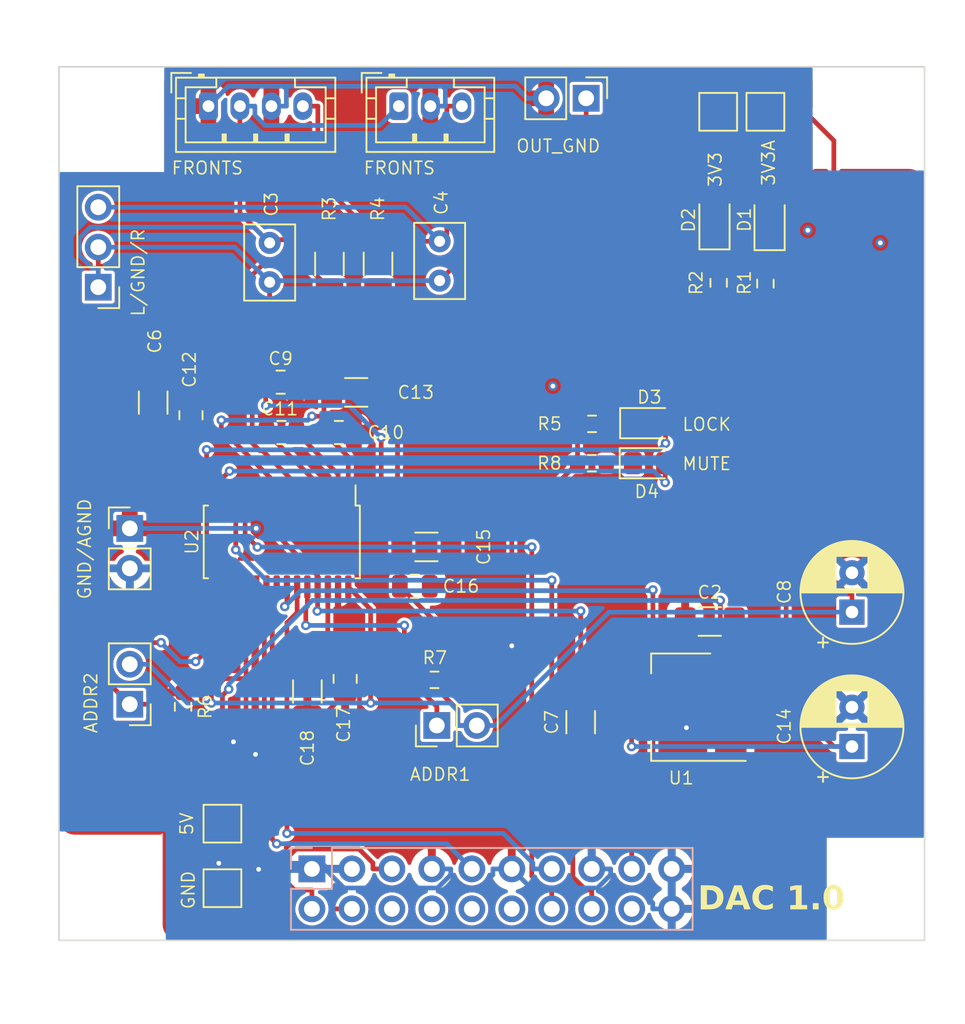
<source format=kicad_pcb>
(kicad_pcb (version 20240108) (generator "pcbnew") (generator_version "8.0")
  (layers (0 "F.Cu" signal) (1 "In1.Cu" power) (2 "In2.Cu" power) (31 "B.Cu" signal) (34 "B.Paste" user) (35 "F.Paste" user) (36 "B.SilkS" user "B.Silkscreen") (37 "F.SilkS" user "F.Silkscreen") (38 "B.Mask" user) (39 "F.Mask" user) (44 "Edge.Cuts" user))
  (net 0 "")
  (net 1 "AGND")
  (net 2 "GPIO5")
  (net 3 "GPIO4")
  (net 4 "GPIO3")
  (net 5 "GPIO6")
  (net 6 "GND")
  (net 7 "I2S_DATA")
  (net 8 "I2S_LRCLK")
  (net 9 "I2S_BCLK")
  (net 10 "I2S_SCLK")
  (net 11 "SCL")
  (net 12 "SDA")
  (net 13 "3V3")
  (net 14 "Net-(D3-K)")
  (net 15 "3V3A")
  (net 16 "Net-(D4-K)")
  (net 17 "5V")
  (net 20 "OUTL")
  (net 21 "OUTR")
  (net 22 "Net-(U2-OUTR)")
  (net 23 "Net-(U2-OUTL)")
  (net 24 "Net-(U2-CAPP)")
  (net 25 "Net-(U2-CAPM)")
  (net 26 "Net-(U2-VNEG)")
  (net 27 "Net-(U2-LDOO)")
  (net 28 "AGND_OUT")
  (net 29 "Net-(D1-K)")
  (net 30 "Net-(D2-K)")
  (net 34 "Net-(J11-Pin_1)")
  (net 35 "Net-(J12-Pin_1)")
  (footprint "Connector_PinHeader_2.54mm:PinHeader_1x02_P2.54mm_Vertical" (layer "F.Cu") (at 41.1109 76.3142 180)
    (property "Reference" "J11" (hide yes))
    (property "Value" "Conn_01x02_Pin")
  )
  (footprint "Capacitor_SMD:C_1206_3216Metric_Pad1.33x1.80mm_HandSolder" (layer "F.Cu") (at 52.3971 75.5 -90)
    (property "Reference" "C18")
    (property "Value" "10u")
  )
  (footprint "Capacitor_SMD:C_1206_3216Metric_Pad1.33x1.80mm_HandSolder" (layer "F.Cu") (at 55.5 56.5)
    (property "Reference" "C13")
    (property "Value" "10u")
  )
  (footprint "Resistor_SMD:R_0603_1608Metric_Pad0.98x0.95mm_HandSolder" (layer "F.Cu") (at 78.53 49.5375 90)
    (property "Reference" "R2")
    (property "Value" "330R")
  )
  (footprint "Connector_PinHeader_2.54mm:PinHeader_1x03_P2.54mm_Vertical" (layer "F.Cu") (at 39.1109 49.8142 180)
    (property "Reference" "J4" (hide yes))
    (property "Value" "Conn_01x03_Pin")
  )
  (footprint "Capacitor_THT:CP_Radial_D6.3mm_P2.50mm" (layer "F.Cu") (at 87 79 90)
    (property "Reference" "C14")
    (property "Value" "220u")
  )
  (footprint "Capacitor_SMD:C_1206_3216Metric_Pad1.33x1.80mm_HandSolder" (layer "F.Cu") (at 69.7638 77.455 90)
    (property "Reference" "C7")
    (property "Value" "10u" (hide yes))
  )
  (footprint "Resistor_SMD:R_0603_1608Metric_Pad0.98x0.95mm_HandSolder" (layer "F.Cu") (at 70.4875 58.5)
    (property "Reference" "R5")
    (property "Value" "150R")
  )
  (footprint "Capacitor_SMD:C_1206_3216Metric_Pad1.33x1.80mm_HandSolder" (layer "F.Cu") (at 77.9638 71.055)
    (property "Reference" "C2")
    (property "Value" "10u")
  )
  (footprint "Resistor_SMD:R_0603_1608Metric_Pad0.98x0.95mm_HandSolder" (layer "F.Cu") (at 44.5 76.4742 90)
    (property "Reference" "R6")
    (property "Value" "4.7K")
  )
  (footprint "Resistor_SMD:R_1206_3216Metric_Pad1.30x1.75mm_HandSolder" (layer "F.Cu") (at 53.8 48.35 90)
    (property "Reference" "R3")
    (property "Value" "470R")
  )
  (footprint "Package_TO_SOT_SMD:SOT-223-3_TabPin2" (layer "F.Cu") (at 76.15 76.5 180)
    (property "Reference" "U1")
    (property "Value" "ZLDO1117QG33TA")
  )
  (footprint "LED_SMD:LED_0805_2012Metric_Pad1.15x1.40mm_HandSolder" (layer "F.Cu") (at 81.765 45.6042 90)
    (property "Reference" "D1")
    (property "Value" "BLUE")
  )
  (footprint "Resistor_SMD:R_0603_1608Metric_Pad0.98x0.95mm_HandSolder" (layer "F.Cu") (at 81.5 49.5875 90)
    (property "Reference" "R1")
    (property "Value" "75R")
  )
  (footprint "Connector_JST:JST_PH_B4B-PH-K_1x04_P2.00mm_Vertical" (layer "F.Cu") (at 46.1109 38.3142)
    (property "Reference" "J1" (hide yes))
    (property "Value" "Conn_01x04_Pin")
  )
  (footprint "Package_SO:TSSOP-28_4.4x9.7mm_P0.65mm" (layer "F.Cu") (at 50.7721 66 -90)
    (property "Reference" "U2")
    (property "Value" "PCM5142PWR")
  )
  (footprint "Connector_PinHeader_2.54mm:PinHeader_1x02_P2.54mm_Vertical" (layer "F.Cu") (at 70.1109 37.8142 -90)
    (property "Reference" "J3" (hide yes))
    (property "Value" "Conn_01x02_Pin")
  )
  (footprint "TestPoint:TestPoint_Pad_2.0x2.0mm" (layer "F.Cu") (at 78.5 38.675 90)
    (property "Reference" "TP3" (hide yes))
    (property "Value" "TestPoint")
  )
  (footprint "Capacitor_SMD:C_0805_2012Metric" (layer "F.Cu") (at 50.75 59.05 180)
    (property "Reference" "C11")
    (property "Value" "2.2u 25V")
  )
  (footprint "MountingHole:MountingHole_3.2mm_M3" (layer "F.Cu") (at 89.1109 38.3142)
    (property "Reference" "H2" (hide yes))
    (property "Value" "MountingHole" (hide yes))
  )
  (footprint "Connector_PinHeader_2.54mm:PinHeader_1x02_P2.54mm_Vertical" (layer "F.Cu") (at 41.1109 65.1392)
    (property "Reference" "J8" (hide yes))
    (property "Value" "Conn_01x02_Pin")
  )
  (footprint "Capacitor_SMD:C_0805_2012Metric" (layer "F.Cu") (at 59.2234 68.8175 180)
    (property "Reference" "C16")
    (property "Value" "0.01u")
  )
  (footprint "TestPoint:TestPoint_Pad_2.0x2.0mm" (layer "F.Cu") (at 47 83.9 90)
    (property "Reference" "TP2" (hide yes))
    (property "Value" "TestPoint")
  )
  (footprint "Capacitor_SMD:C_0805_2012Metric" (layer "F.Cu") (at 45 57.95 -90)
    (property "Reference" "C12")
    (property "Value" "0.01u")
  )
  (footprint "TestPoint:TestPoint_Pad_2.0x2.0mm" (layer "F.Cu") (at 47 88 90)
    (property "Reference" "TP4" (hide yes))
    (property "Value" "TestPoint")
  )
  (footprint "Capacitor_SMD:C_0805_2012Metric" (layer "F.Cu") (at 50.7 55.85 180)
    (property "Reference" "C9")
    (property "Value" "2.2u 25V")
  )
  (footprint "TestPoint:TestPoint_Pad_2.0x2.0mm" (layer "F.Cu") (at 81.5 38.675 90)
    (property "Reference" "TP1" (hide yes))
    (property "Value" "TestPoint")
  )
  (footprint "Capacitor_THT:C_Rect_L4.6mm_W3.0mm_P2.50mm_MKS02_FKP02" (layer "F.Cu") (at 50 49.5 90)
    (property "Reference" "C3")
    (property "Value" "2.2n C0G 50V")
  )
  (footprint "Capacitor_SMD:C_1206_3216Metric_Pad1.33x1.80mm_HandSolder" (layer "F.Cu") (at 42.6 57.15 -90)
    (property "Reference" "C6")
    (property "Value" "10u")
  )
  (footprint "Capacitor_SMD:C_0805_2012Metric" (layer "F.Cu") (at 54.7971 74.7 90)
    (property "Reference" "C17")
    (property "Value" "0.01u")
  )
  (footprint "Resistor_SMD:R_0603_1608Metric_Pad0.98x0.95mm_HandSolder" (layer "F.Cu") (at 70.475 61)
    (property "Reference" "R8")
    (property "Value" "650R")
  )
  (footprint "Connector_PinHeader_2.54mm:PinHeader_1x02_P2.54mm_Vertical" (layer "F.Cu") (at 60.6221 77.6625 90)
    (property "Reference" "J12" (hide yes))
    (property "Value" "Conn_01x02_Pin")
  )
  (footprint "Capacitor_THT:CP_Radial_D6.3mm_P2.50mm" (layer "F.Cu") (at 87 70.4588 90)
    (property "Reference" "C8")
    (property "Value" "220u")
  )
  (footprint "LED_SMD:LED_0805_2012Metric_Pad1.15x1.40mm_HandSolder" (layer "F.Cu") (at 78.265 45.5542 90)
    (property "Reference" "D2")
    (property "Value" "YELLOW")
  )
  (footprint "Capacitor_SMD:C_0805_2012Metric" (layer "F.Cu") (at 54.4 59.05 180)
    (property "Reference" "C10")
    (property "Value" "0.01u")
  )
  (footprint "Capacitor_SMD:C_1206_3216Metric_Pad1.33x1.80mm_HandSolder" (layer "F.Cu") (at 59.9609 66.3175)
    (property "Reference" "C15")
    (property "Value" "10u")
  )
  (footprint "Resistor_SMD:R_1206_3216Metric_Pad1.30x1.75mm_HandSolder" (layer "F.Cu") (at 56.8862 48.345 90)
    (property "Reference" "R4")
    (property "Value" "470R")
  )
  (footprint "MountingHole:MountingHole_3.2mm_M3" (layer "F.Cu") (at 39.1109 38.3142)
    (property "Reference" "H1" (hide yes))
    (property "Value" "MountingHole" (hide yes))
  )
  (footprint "Resistor_SMD:R_0603_1608Metric_Pad0.98x0.95mm_HandSolder" (layer "F.Cu") (at 60.4746 74.7625)
    (property "Reference" "R7")
    (property "Value" "4.7K")
  )
  (footprint "Connector_JST:JST_PH_B3B-PH-K_1x03_P2.00mm_Vertical" (layer "F.Cu") (at 58.2109 38.3142)
    (property "Reference" "J2" (hide yes))
    (property "Value" "Conn_01x03_Pin")
  )
  (footprint "Capacitor_THT:C_Rect_L4.6mm_W3.0mm_P2.50mm_MKS02_FKP02" (layer "F.Cu") (at 60.8 49.4 90)
    (property "Reference" "C4")
    (property "Value" "2.2n C0G 50V")
  )
  (footprint "LED_SMD:LED_0805_2012Metric_Pad1.15x1.40mm_HandSolder" (layer "F.Cu") (at 74.13 58.455)
    (property "Reference" "D3")
    (property "Value" "BLUE")
  )
  (footprint "MountingHole:MountingHole_3.2mm_M3" (layer "F.Cu") (at 89.1109 88.8142)
    (property "Reference" "H4" (hide yes))
    (property "Value" "MountingHole" (hide yes))
  )
  (footprint "MountingHole:MountingHole_3.2mm_M3" (layer "F.Cu") (at 39.1109 88.8142)
    (property "Reference" "H3" (hide yes))
    (property "Value" "MountingHole" (hide yes))
  )
  (footprint "LED_SMD:LED_0805_2012Metric_Pad1.15x1.40mm_HandSolder" (layer "F.Cu") (at 74.105 61)
    (property "Reference" "D4")
    (property "Value" "WHITE")
  )
  (footprint "Connector_PinHeader_2.54mm:PinHeader_2x10_P2.54mm_Vertical" (layer "B.Cu") (at 52.6859 86.7742 -90)
    (property "Reference" "J5" (hide yes))
    (property "Value" "Conn_02x10_Odd_Even")
  )
  (gr_line (start 36.610855 91.314164) (end 36.610855 35.814164) (stroke (width 0.1)) (layer "Edge.Cuts"))
  (gr_line (start 91.610855 91.314164) (end 36.610855 91.314164) (stroke (width 0.1)) (layer "Edge.Cuts"))
  (gr_line (start 36.610855 35.814164) (end 91.610855 35.814164) (stroke (width 0.1)) (layer "Edge.Cuts"))
  (gr_line (start 91.610855 35.814164) (end 91.610855 91.314164) (stroke (width 0.1)) (layer "Edge.Cuts"))
  (gr_text "GND/AGND" (at 38.710855 69.714164 90) (layer "F.SilkS") (effects (font (size 0.8 0.8) (thickness 0.1) (bold yes)) (justify left bottom)))
  (gr_text "MUTE" (at 76.1625 61.5 0) (layer "F.SilkS") (effects (font (size 0.8 0.8) (thickness 0.1) (bold yes)) (justify left bottom)))
  (gr_text "ADDR2" (at 39.110855 78.214164 90) (layer "F.SilkS") (effects (font (size 0.8 0.8) (thickness 0.1) (bold yes)) (justify left bottom)))
  (gr_text "GND" (at 45.299964 89.400045 90) (layer "F.SilkS") (effects (font (size 0.8 0.8) (thickness 0.1) (bold yes)) (justify left bottom)))
  (gr_text "FRONTS\n" (at 55.910855 42.714164 0) (layer "F.SilkS") (effects (font (size 0.8 0.8) (thickness 0.1) (bold yes)) (justify left bottom)))
  (gr_text "L/GND/R" (at 42.110855 51.734164 90) (layer "F.SilkS") (effects (font (size 0.8 0.8) (thickness 0.1) (bold yes)) (justify left bottom)))
  (gr_text "3V3" (at 78.78 43.509166 90) (layer "F.SilkS") (effects (font (size 0.8 0.8) (thickness 0.1) (bold yes)) (justify left bottom)))
  (gr_text "5V" (at 45.199964 84.70009 90) (layer "F.SilkS") (effects (font (size 0.8 0.8) (thickness 0.1) (bold yes)) (justify left bottom)))
  (gr_text "ADDR1" (at 58.847107 81.2375 0) (layer "F.SilkS") (effects (font (size 0.8 0.8) (thickness 0.1) (bold yes)) (justify left bottom)))
  (gr_text "DAC 1.0" (at 77.2 89.6 0) (layer "F.SilkS") (effects (font (size 1.5 1.5) (thickness 0.1) (bold yes)) (justify left bottom)))
  (gr_text "LOCK" (at 76.1625 59 0) (layer "F.SilkS") (effects (font (size 0.8 0.8) (thickness 0.1) (bold yes)) (justify left bottom)))
  (gr_text "OUT_GND" (at 65.610855 41.314164 0) (layer "F.SilkS") (effects (font (size 0.8 0.8) (thickness 0.1) (bold yes)) (justify left bottom)))
  (gr_text "FRONTS" (at 43.710855 42.714164 0) (layer "F.SilkS") (effects (font (size 0.8 0.8) (thickness 0.1) (bold yes)) (justify left bottom)))
  (gr_text "3V3A" (at 82.165 43.429166 90) (layer "F.SilkS") (effects (font (size 0.8 0.8) (thickness 0.1) (bold yes)) (justify left bottom)))
  (segment (start 41.1109 55.5875) (end 41.1109 49.5381) (width 0.3) (layer "F.Cu") (net 1))
  (segment (start 54.6471 55.2378) (end 55.5477 56.1384) (width 0.3) (layer "F.Cu") (net 1))
  (segment (start 41.1109 55.5875) (end 42.6 55.5875) (width 0.3) (layer "F.Cu") (net 1))
  (segment (start 55.5638 63.9635) (end 55.5638 59.2638) (width 0.3) (layer "F.Cu") (net 1))
  (segment (start 53.6971 63.1375) (end 53.6971 63.9185) (width 0.3) (layer "F.Cu") (net 1))
  (segment (start 50 54.2) (end 51.65 55.85) (width 0.3) (layer "F.Cu") (net 1))
  (segment (start 70.1109 40.0891) (end 60.8 49.4) (width 0.3) (layer "F.Cu") (net 1))
  (segment (start 70.1109 37.8142) (end 70.1109 40.0891) (width 0.3) (layer "F.Cu") (net 1))
  (segment (start 55.5638 59.2638) (end 55.35 59.05) (width 0.3) (layer "F.Cu") (net 1))
  (segment (start 54.0521 64.2735) (end 55.2538 64.2735) (width 0.3) (layer "F.Cu") (net 1))
  (segment (start 55.5477 56.5) (end 55.5477 58.8523) (width 0.3) (layer "F.Cu") (net 1))
  (segment (start 49.1471 63.1375) (end 49.1471 65.1392) (width 0.3) (layer "F.Cu") (net 1))
  (segment (start 52.2622 55.2378) (end 54.6471 55.2378) (width 0.3) (layer "F.Cu") (net 1))
  (segment (start 51.65 55.85) (end 52.2622 55.2378) (width 0.3) (layer "F.Cu") (net 1))
  (segment (start 41.1109 65.1392) (end 41.1109 55.5875) (width 0.3) (layer "F.Cu") (net 1))
  (segment (start 45 57) (end 44.0125 57) (width 0.3) (layer "F.Cu") (net 1))
  (segment (start 41.1109 49.5381) (end 40.0487 48.4759) (width 0.3) (layer "F.Cu") (net 1))
  (segment (start 55.5477 56.1384) (end 55.5477 56.5) (width 0.3) (layer "F.Cu") (net 1))
  (segment (start 55.2538 64.2735) (end 55.5638 63.9635) (width 0.3) (layer "F.Cu") (net 1))
  (segment (start 55.5477 56.5) (end 57.0625 56.5) (width 0.3) (layer "F.Cu") (net 1))
  (segment (start 50 49.5) (end 50 54.2) (width 0.3) (layer "F.Cu") (net 1))
  (segment (start 39.1109 47.2742) (end 39.1109 48.4759) (width 0.3) (layer "F.Cu") (net 1))
  (segment (start 49.1471 63.1375) (end 49.7971 63.1375) (width 0.3) (layer "F.Cu") (net 1))
  (segment (start 44.0125 57) (end 42.6 55.5875) (width 0.3) (layer "F.Cu") (net 1))
  (segment (start 53.6971 63.9185) (end 54.0521 64.2735) (width 0.3) (layer "F.Cu") (net 1))
  (segment (start 55.5477 58.8523) (end 55.35 59.05) (width 0.3) (layer "F.Cu") (net 1))
  (segment (start 40.0487 48.4759) (end 39.1109 48.4759) (width 0.3) (layer "F.Cu") (net 1))
  (via (at 49.1471 65.1392) (size 0.6) (drill 0.3) (layers "F.Cu" "B.Cu") (net 1))
  (via (at 88.8 47) (size 0.6) (drill 0.3) (layers "F.Cu" "B.Cu") (net 1))
  (via (at 84.2 46.2) (size 0.6) (drill 0.3) (layers "F.Cu" "B.Cu") (net 1))
  (via (at 68 56.1) (size 0.6) (drill 0.3) (layers "F.Cu" "B.Cu") (net 1))
  (segment (start 41.1109 65.1392) (end 49.1471 65.1392) (width 0.3) (layer "B.Cu") (net 1))
  (segment (start 50.1 49.4) (end 50 49.5) (width 0.3) (layer "B.Cu") (net 1))
  (segment (start 47.7742 47.2742) (end 50 49.5) (width 0.3) (layer "B.Cu") (net 1))
  (segment (start 39.1109 47.2742) (end 47.7742 47.2742) (width 0.3) (layer "B.Cu") (net 1))
  (segment (start 60.8 49.4) (end 50.1 49.4) (width 0.3) (layer "B.Cu") (net 1))
  (segment (start 46.5471 63.1375) (end 46.5471 62.4025) (width 0.3) (layer "F.Cu") (net 3))
  (segment (start 46.5471 62.4025) (end 47.4509 61.4987) (width 0.3) (layer "F.Cu") (net 3))
  (segment (start 75.13 62.2259) (end 75.13 61) (width 0.3) (layer "F.Cu") (net 3))
  (via (at 75.13 62.2259) (size 0.6) (drill 0.3) (layers "F.Cu" "B.Cu") (net 3))
  (via (at 47.4509 61.4987) (size 0.6) (drill 0.3) (layers "F.Cu" "B.Cu") (net 3))
  (segment (start 74.4028 61.4987) (end 47.4509 61.4987) (width 0.3) (layer "B.Cu") (net 3))
  (segment (start 75.13 62.2259) (end 74.4028 61.4987) (width 0.3) (layer "B.Cu") (net 3))
  (segment (start 75.155 58.455) (end 75.155 59.7328) (width 0.3) (layer "F.Cu") (net 4))
  (segment (start 45.995 68.3104) (end 45.995 60.1479) (width 0.3) (layer "F.Cu") (net 4))
  (segment (start 46.5471 68.8625) (end 45.995 68.3104) (width 0.3) (layer "F.Cu") (net 4))
  (via (at 75.155 59.7328) (size 0.6) (drill 0.3) (layers "F.Cu" "B.Cu") (net 4))
  (via (at 45.995 60.1479) (size 0.6) (drill 0.3) (layers "F.Cu" "B.Cu") (net 4))
  (segment (start 75.155 59.7328) (end 74.7399 60.1479) (width 0.3) (layer "B.Cu") (net 4))
  (segment (start 74.7399 60.1479) (end 45.995 60.1479) (width 0.3) (layer "B.Cu") (net 4))
  (segment (start 75.5459 83.6558) (end 75.5459 86.7742) (width 0.3) (layer "F.Cu") (net 6))
  (segment (start 76.4013 52.6787) (end 76.4013 71.055) (width 0.3) (layer "F.Cu") (net 6))
  (segment (start 70.4659 86.7742) (end 70.4659 79.7196) (width 0.3) (layer "F.Cu") (net 6))
  (segment (start 41.1109 67.6792) (end 41.1109 68.8809) (width 0.3) (layer "F.Cu") (net 6))
  (segment (start 55.7053 75.65) (end 55.7053 80.9719) (width 0.3) (layer "F.Cu") (net 6))
  (segment (start 77.2511 77.8031) (end 76.482 77.8031) (width 0.3) (layer "F.Cu") (net 6))
  (segment (start 79.3 79.852) (end 77.2511 77.8031) (width 0.3) (layer "F.Cu") (net 6))
  (segment (start 44.5 72.27) (end 41.1109 68.8809) (width 0.3) (layer "F.Cu") (net 6))
  (segment (start 55.7053 75.65) (end 54.7971 75.65) (width 0.3) (layer "F.Cu") (net 6))
  (segment (start 70.4659 79.7196) (end 69.7638 79.0175) (width 0.3) (layer "F.Cu") (net 6))
  (segment (start 55.7053 80.9719) (end 60.3059 85.5725) (width 0.3) (layer "F.Cu") (net 6))
  (segment (start 54.3471 68.8625) (end 54.3471 71.5201) (width 0.3) (layer "F.Cu") (net 6))
  (segment (start 47.8471 72.2146) (end 47.8471 68.8625) (width 0.3) (layer "F.Cu") (net 6))
  (segment (start 88.1517 69.1105) (end 88.1517 75.3483) (width 0.3) (layer "F.Cu") (net 6))
  (segment (start 55.8789 73.0519) (end 55.8789 75.4764) (width 0.3) (layer "F.Cu") (net 6))
  (segment (start 61.5234 68.6812) (end 61.5234 66.3175) (width 0.3) (layer "F.Cu") (net 6))
  (segment (start 88.1517 75.3483) (end 87 76.5) (width 0.3) (layer "F.Cu") (net 6))
  (segment (start 65.3859 74.7625) (end 65.3859 86.7742) (width 0.3) (layer "F.Cu") (net 6))
  (segment (start 69.575 58.5) (end 69.5625 58.5125) (width 0.3) (layer "F.Cu") (net 6))
  (segment (start 46.7678 86.6451) (end 46.7678 86.4161) (width 0.3) (layer "F.Cu") (net 6))
  (segment (start 76.4013 77.7224) (end 76.482 77.8031) (width 0.3) (layer "F.Cu") (net 6))
  (segment (start 65.3859 72.6) (end 65.3859 74.7625) (width 0.3) (layer "F.Cu") (net 6))
  (segment (start 53.3846 77.0625) (end 52.3971 77.0625) (width 0.3) (layer "F.Cu") (net 6))
  (segment (start 65.3859 65.1766) (end 65.3859 72.6) (width 0.3) (layer "F.Cu") (net 6))
  (segment (start 79.3 79.852) (end 79.3 79.9017) (width 0.3) (layer "F.Cu") (net 6))
  (segment (start 79.3 79.9017) (end 75.5459 83.6558) (width 0.3) (layer "F.Cu") (net 6))
  (segment (start 78.58 50.5) (end 78.53 50.45) (width 0.3) (layer "F.Cu") (net 6))
  (segment (start 75.5459 89.3142) (end 75.5459 86.7742) (width 0.3) (layer "F.Cu") (net 6))
  (segment (start 61.3871 68.8175) (end 61.5234 68.6812) (width 0.3) (layer "F.Cu") (net 6))
  (segment (start 61.3871 68.8175) (end 61.3871 74.7625) (width 0.3) (layer "F.Cu") (net 6))
  (segment (start 81.5 50.5) (end 78.58 50.5) (width 0.3) (layer "F.Cu") (net 6))
  (segment (start 69.5625 58.5125) (end 69.5625 61) (width 0.3) (layer "F.Cu") (net 6))
  (segment (start 45.5968 76.6585) (end 44.5 75.5617) (width 0.3) (layer "F.Cu") (net 6))
  (segment (start 54.3471 71.5201) (end 55.8789 73.0519) (width 0.3) (layer "F.Cu") (net 6))
  (segment (start 45.5968 85.2451) (end 45.5968 76.6585) (width 0.3) (layer "F.Cu") (net 6))
  (segment (start 78.58 50.5) (end 76.4013 52.6787) (width 0.3) (layer "F.Cu") (net 6))
  (segment (start 44.5 75.5617) (end 47.8471 72.2146) (width 0.3) (layer "F.Cu") (net 6))
  (segment (start 76.4013 71.055) (end 76.4013 77.7224) (width 0.3) (layer "F.Cu") (net 6))
  (segment (start 47 86.8773) (end 46.7678 86.6451) (width 0.3) (layer "F.Cu") (net 6))
  (segment (start 60.1734 68.8175) (end 61.3871 68.8175) (width 0.3) (layer "F.Cu") (net 6))
  (segment (start 61.3871 74.7625) (end 65.3859 74.7625) (width 0.3) (layer "F.Cu") (net 6))
  (segment (start 87 67.9588) (end 88.1517 69.1105) (width 0.3) (layer "F.Cu") (net 6))
  (segment (start 46.7678 86.4161) (end 45.5968 85.2451) (width 0.3) (layer "F.Cu") (net 6))
  (segment (start 79.3 78.8) (end 79.3 79.852) (width 0.3) (layer "F.Cu") (net 6))
  (segment (start 60.3059 86.7742) (end 60.3059 85.5725) (width 0.3) (layer "F.Cu") (net 6))
  (segment (start 55.8789 75.4764) (end 55.7053 75.65) (width 0.3) (layer "F.Cu") (net 6))
  (segment (start 47 88) (end 47 86.8773) (width 0.3) (layer "F.Cu") (net 6))
  (segment (start 69.5625 61) (end 65.3859 65.1766) (width 0.3) (layer "F.Cu") (net 6))
  (segment (start 54.7971 75.65) (end 53.3846 77.0625) (width 0.3) (layer "F.Cu") (net 6))
  (segment (start 44.5 75.5617) (end 44.5 72.27) (width 0.3) (layer "F.Cu") (net 6))
  (via (at 49.1 79.5) (size 0.6) (drill 0.3) (layers "F.Cu" "B.Cu") (net 6))
  (via (at 65.3859 72.6) (size 0.6) (drill 0.3) (layers "F.Cu" "B.Cu") (net 6))
  (via (at 47.7 78.7) (size 0.6) (drill 0.3) (layers "F.Cu" "B.Cu") (net 6))
  (via (at 49.3 86.8) (size 0.6) (drill 0.3) (layers "F.Cu" "B.Cu") (net 6))
  (via (at 46.7678 86.4161) (size 0.6) (drill 0.3) (layers "F.Cu" "B.Cu") (net 6))
  (via (at 76.482 77.8031) (size 0.6) (drill 0.3) (layers "F.Cu" "B.Cu") (net 6))
  (segment (start 53.6999 86.7742) (end 53.8876 86.7742) (width 0.3) (layer "B.Cu") (net 6))
  (segment (start 65.3859 86.7742) (end 66.5999 87.9882) (width 0.3) (layer "B.Cu") (net 6))
  (segment (start 53.6999 86.962) (end 53.6999 86.7742) (width 0.3) (layer "B.Cu") (net 6))
  (segment (start 55.2259 86.7742) (end 53.8876 86.7742) (width 0.3) (layer "B.Cu") (net 6))
  (segment (start 72.6324 88.1125) (end 71.6676 87.1477) (width 0.3) (layer "B.Cu") (net 6))
  (segment (start 62.3491 87.9912) (end 63.3407 87.9912) (width 0.3) (layer "B.Cu") (net 6))
  (segment (start 70.8271 87.9882) (end 71.6676 87.1477) (width 0.3) (layer "B.Cu") (net 6))
  (segment (start 66.5999 87.9882) (end 70.8271 87.9882) (width 0.3) (layer "B.Cu") (net 6))
  (segment (start 85.6969 77.8031) (end 76.482 77.8031) (width 0.3) (layer "B.Cu") (net 6))
  (segment (start 61.5076 87.1497) (end 62.3491 87.9912) (width 0.3) (layer "B.Cu") (net 6))
  (segment (start 65.3859 86.7742) (end 64.1842 86.7742) (width 0.3) (layer "B.Cu") (net 6))
  (segment (start 73.5181 88.1125) (end 72.6324 88.1125) (width 0.3) (layer "B.Cu") (net 6))
  (segment (start 54.7262 87.9883) (end 53.6999 86.962) (width 0.3) (layer "B.Cu") (net 6))
  (segment (start 74.3442 89.3142) (end 74.3442 88.9386) (width 0.3) (layer "B.Cu") (net 6))
  (segment (start 60.669 87.9883) (end 54.7262 87.9883) (width 0.3) (layer "B.Cu") (net 6))
  (segment (start 64.1842 87.1477) (end 64.1842 86.7742) (width 0.3) (layer "B.Cu") (net 6))
  (segment (start 71.6676 87.1477) (end 71.6676 86.7742) (width 0.3) (layer "B.Cu") (net 6))
  (segment (start 61.5076 86.7742) (end 61.5076 87.1497) (width 0.3) (layer "B.Cu") (net 6))
  (segment (start 52.6859 86.7742) (end 53.6999 86.7742) (width 0.3) (layer "B.Cu") (net 6))
  (segment (start 70.4659 86.7742) (end 71.6676 86.7742) (width 0.3) (layer "B.Cu") (net 6))
  (segment (start 87 76.5) (end 85.6969 77.8031) (width 0.3) (layer "B.Cu") (net 6))
  (segment (start 75.5459 89.3142) (end 74.3442 89.3142) (width 0.3) (layer "B.Cu") (net 6))
  (segment (start 53.6999 86.7742) (end 53.3418 86.4161) (width 0.3) (layer "B.Cu") (net 6))
  (segment (start 60.3059 86.7742) (end 61.5076 86.7742) (width 0.3) (layer "B.Cu") (net 6))
  (segment (start 53.3418 86.4161) (end 46.7678 86.4161) (width 0.3) (layer "B.Cu") (net 6))
  (segment (start 63.3407 87.9912) (end 64.1842 87.1477) (width 0.3) (layer "B.Cu") (net 6))
  (segment (start 74.3442 88.9386) (end 73.5181 88.1125) (width 0.3) (layer "B.Cu") (net 6))
  (segment (start 61.5076 87.1497) (end 60.669 87.9883) (width 0.3) (layer "B.Cu") (net 6))
  (segment (start 50.9572 70.1068) (end 51.0971 69.9669) (width 0.3) (layer "F.Cu") (net 7))
  (segment (start 74.3517 84.2267) (end 74.3517 69.0509) (width 0.3) (layer "F.Cu") (net 7))
  (segment (start 51.0971 69.9669) (end 51.0971 68.8625) (width 0.3) (layer "F.Cu") (net 7))
  (segment (start 73.0059 85.5725) (end 74.3517 84.2267) (width 0.3) (layer "F.Cu") (net 7))
  (segment (start 73.0059 86.7742) (end 73.0059 85.5725) (width 0.3) (layer "F.Cu") (net 7))
  (via (at 74.3517 69.0509) (size 0.6) (drill 0.3) (layers "F.Cu" "B.Cu") (net 7))
  (via (at 50.9572 70.1068) (size 0.6) (drill 0.3) (layers "F.Cu" "B.Cu") (net 7))
  (segment (start 74.3046 69.098) (end 74.3517 69.0509) (width 0.3) (layer "B.Cu") (net 7))
  (segment (start 51.966 69.098) (end 74.3046 69.098) (width 0.3) (layer "B.Cu") (net 7))
  (segment (start 50.9572 70.1068) (end 51.966 69.098) (width 0.3) (layer "B.Cu") (net 7))
  (segment (start 51.7471 70.4906) (end 51.0989 71.1388) (width 0.3) (layer "F.Cu") (net 8))
  (segment (start 51.7471 68.8625) (end 51.7471 70.4906) (width 0.3) (layer "F.Cu") (net 8))
  (segment (start 51.0989 71.1388) (end 51.0989 84.5162) (width 0.3) (layer "F.Cu") (net 8))
  (via (at 51.0989 84.5162) (size 0.6) (drill 0.3) (layers "F.Cu" "B.Cu") (net 8))
  (segment (start 67.9259 86.7742) (end 66.7242 86.7742) (width 0.3) (layer "B.Cu") (net 8))
  (segment (start 64.8397 84.5162) (end 51.0989 84.5162) (width 0.3) (layer "B.Cu") (net 8))
  (segment (start 66.7242 86.4007) (end 64.8397 84.5162) (width 0.3) (layer "B.Cu") (net 8))
  (segment (start 66.7242 86.7742) (end 66.7242 86.4007) (width 0.3) (layer "B.Cu") (net 8))
  (segment (start 50.1656 69.9769) (end 50.1656 84.8946) (width 0.3) (layer "F.Cu") (net 9))
  (segment (start 50.1656 84.8946) (end 50.4471 85.1761) (width 0.3) (layer "F.Cu") (net 9))
  (segment (start 50.4471 68.8625) (end 50.4471 69.6954) (width 0.3) (layer "F.Cu") (net 9))
  (segment (start 50.4471 69.6954) (end 50.1656 69.9769) (width 0.3) (layer "F.Cu") (net 9))
  (via (at 50.4471 85.1761) (size 0.6) (drill 0.3) (layers "F.Cu" "B.Cu") (net 9))
  (segment (start 61.2478 85.1761) (end 50.4471 85.1761) (width 0.3) (layer "B.Cu") (net 9))
  (segment (start 62.8459 86.7742) (end 61.2478 85.1761) (width 0.3) (layer "B.Cu") (net 9))
  (segment (start 57.7659 86.7742) (end 56.5642 86.7742) (width 0.3) (layer "F.Cu") (net 10))
  (segment (start 49.6639 69.7692) (end 49.6639 85.3952) (width 0.3) (layer "F.Cu") (net 10))
  (segment (start 51.6746 85.5135) (end 55.679 85.5135) (width 0.3) (layer "F.Cu") (net 10))
  (segment (start 55.679 85.5135) (end 56.5642 86.3987) (width 0.3) (layer "F.Cu") (net 10))
  (segment (start 51.2858 85.9023) (end 51.6746 85.5135) (width 0.3) (layer "F.Cu") (net 10))
  (segment (start 49.6639 85.3952) (end 50.171 85.9023) (width 0.3) (layer "F.Cu") (net 10))
  (segment (start 50.171 85.9023) (end 51.2858 85.9023) (width 0.3) (layer "F.Cu") (net 10))
  (segment (start 56.5642 86.3987) (end 56.5642 86.7742) (width 0.3) (layer "F.Cu") (net 10))
  (segment (start 49.7415 69.6916) (end 49.6639 69.7692) (width 0.3) (layer "F.Cu") (net 10))
  (segment (start 49.7971 68.8625) (end 49.7415 68.9181) (width 0.3) (layer "F.Cu") (net 10))
  (segment (start 49.7415 68.9181) (end 49.7415 69.6916) (width 0.3) (layer "F.Cu") (net 10))
  (segment (start 70.4659 89.3142) (end 70.4659 88.1125) (width 0.3) (layer "F.Cu") (net 11))
  (segment (start 47.8471 63.1375) (end 47.8471 66.4956) (width 0.3) (layer "F.Cu") (net 11))
  (segment (start 70.0903 88.1125) (end 69.2642 87.2864) (width 0.3) (layer "F.Cu") (net 11))
  (segment (start 70.4659 88.1125) (end 70.0903 88.1125) (width 0.3) (layer "F.Cu") (net 11))
  (segment (start 69.2642 87.2864) (end 69.2642 80.4326) (width 0.3) (layer "F.Cu") (net 11))
  (segment (start 69.2642 80.4326) (end 67.9268 79.0952) (width 0.3) (layer "F.Cu") (net 11))
  (segment (start 67.9268 79.0952) (end 67.9268 68.4345) (width 0.3) (layer "F.Cu") (net 11))
  (via (at 67.9268 68.4345) (size 0.6) (drill 0.3) (layers "F.Cu" "B.Cu") (net 11))
  (via (at 47.8471 66.4956) (size 0.6) (drill 0.3) (layers "F.Cu" "B.Cu") (net 11))
  (segment (start 49.786 68.4345) (end 47.8471 66.4956) (width 0.3) (layer "B.Cu") (net 11))
  (segment (start 67.9268 68.4345) (end 49.786 68.4345) (width 0.3) (layer "B.Cu") (net 11))
  (segment (start 66.656 87.2181) (end 66.656 66.3234) (width 0.3) (layer "F.Cu") (net 12))
  (segment (start 48.4412 65.5455) (end 49.2191 66.3234) (width 0.3) (layer "F.Cu") (net 12))
  (segment (start 48.4971 63.1375) (end 48.4412 63.1934) (width 0.3) (layer "F.Cu") (net 12))
  (segment (start 67.9259 89.3142) (end 67.9259 88.1125) (width 0.3) (layer "F.Cu") (net 12))
  (segment (start 48.4412 63.1934) (end 48.4412 65.5455) (width 0.3) (layer "F.Cu") (net 12))
  (segment (start 67.9259 88.1125) (end 67.5504 88.1125) (width 0.3) (layer "F.Cu") (net 12))
  (segment (start 67.5504 88.1125) (end 66.656 87.2181) (width 0.3) (layer "F.Cu") (net 12))
  (via (at 66.656 66.3234) (size 0.6) (drill 0.3) (layers "F.Cu" "B.Cu") (net 12))
  (via (at 49.2191 66.3234) (size 0.6) (drill 0.3) (layers "F.Cu" "B.Cu") (net 12))
  (segment (start 66.656 66.3234) (end 49.2191 66.3234) (width 0.3) (layer "B.Cu") (net 12))
  (segment (start 56.4167 70.2821) (end 56.4167 76.2329) (width 0.3) (layer "F.Cu") (net 13))
  (segment (start 58.3984 68.6925) (end 58.2734 68.8175) (width 0.3) (layer "F.Cu") (net 13))
  (segment (start 58.3984 66.3175) (end 58.3984 68.6925) (width 0.3) (layer "F.Cu") (net 13))
  (segment (start 48.4972 74.6831) (end 48.4972 85.0311) (width 0.3) (layer "F.Cu") (net 13))
  (segment (start 79.8517 37.7457) (end 80.2741 37.3233) (width 0.3) (layer "F.Cu") (net 13))
  (segment (start 86.712 69.3071) (end 87 69.3071) (width 0.3) (layer "F.Cu") (net 13))
  (segment (start 61.9604 76.6703) (end 61.9604 77.6625) (width 0.3) (layer "F.Cu") (net 13))
  (segment (start 48.4972 85.0311) (end 51.5786 88.1125) (width 0.3) (layer "F.Cu") (net 13))
  (segment (start 52.6859 89.3142) (end 52.6859 88.1125) (width 0.3) (layer "F.Cu") (net 13))
  (segment (start 47.1208 74.6831) (end 46.2997 75.5042) (width 0.3) (layer "F.Cu") (net 13))
  (segment (start 54.9971 68.8625) (end 56.4167 70.2821) (width 0.3) (layer "F.Cu") (net 13))
  (segment (start 85.8483 68.4434) (end 86.712 69.3071) (width 0.3) (layer "F.Cu") (net 13))
  (segment (start 63.1621 77.6625) (end 61.9604 77.6625) (width 0.3) (layer "F.Cu") (net 13))
  (segment (start 78.5 44.2942) (end 78.5 38.675) (width 0.3) (layer "F.Cu") (net 13))
  (segment (start 82.6675 37.3233) (end 85.8483 40.5041) (width 0.3) (layer "F.Cu") (net 13))
  (segment (start 80.2741 37.3233) (end 82.6675 37.3233) (width 0.3) (layer "F.Cu") (net 13))
  (segment (start 48.4971 74.6831) (end 48.4971 68.8625) (width 0.3) (layer "F.Cu") (net 13))
  (segment (start 87 70.4588) (end 87 69.3071) (width 0.3) (layer "F.Cu") (net 13))
  (segment (start 60.4745 75.1844) (end 61.9604 76.6703) (width 0.3) (layer "F.Cu") (net 13))
  (segment (start 85.8483 40.5041) (end 85.8483 68.4434) (width 0.3) (layer "F.Cu") (net 13))
  (segment (start 46.2997 75.5042) (end 46.2997 76.2329) (width 0.3) (layer "F.Cu") (net 13))
  (segment (start 60.4745 71.0186) (end 60.4745 75.1844) (width 0.3) (layer "F.Cu") (net 13))
  (segment (start 78.265 44.5292) (end 78.5 44.2942) (width 0.3) (layer "F.Cu") (net 13))
  (segment (start 48.4971 74.6831) (end 47.1208 74.6831) (width 0.3) (layer "F.Cu") (net 13))
  (segment (start 78.5 38.675) (end 79.8517 38.675) (width 0.3) (layer "F.Cu") (net 13))
  (segment (start 51.5786 88.1125) (end 52.6859 88.1125) (width 0.3) (layer "F.Cu") (net 13))
  (segment (start 58.2734 68.8175) (end 60.4745 71.0186) (width 0.3) (layer "F.Cu") (net 13))
  (segment (start 79.8517 38.675) (end 79.8517 37.7457) (width 0.3) (layer "F.Cu") (net 13))
  (segment (start 48.4971 74.6831) (end 48.4972 74.6831) (width 0.3) (layer "F.Cu") (net 13))
  (via (at 46.2997 76.2329) (size 0.6) (drill 0.3) (layers "F.Cu" "B.Cu") (net 13))
  (via (at 56.4167 76.2329) (size 0.6) (drill 0.3) (layers "F.Cu" "B.Cu") (net 13))
  (segment (start 42.3126 73.7742) (end 44.7713 76.2329) (width 0.3) (layer "B.Cu") (net 13))
  (segment (start 63.1621 77.6625) (end 64.3638 77.6625) (width 0.3) (layer "B.Cu") (net 13))
  (segment (start 61.4686 76.2329) (end 61.9604 76.7247) (width 0.3) (layer "B.Cu") (net 13))
  (segment (start 41.1109 73.7742) (end 42.3126 73.7742) (width 0.3) (layer "B.Cu") (net 13))
  (segment (start 56.4167 76.2329) (end 61.4686 76.2329) (width 0.3) (layer "B.Cu") (net 13))
  (segment (start 44.7713 76.2329) (end 46.2997 76.2329) (width 0.3) (layer "B.Cu") (net 13))
  (segment (start 71.5675 70.4588) (end 87 70.4588) (width 0.3) (layer "B.Cu") (net 13))
  (segment (start 61.9604 76.7247) (end 61.9604 77.6625) (width 0.3) (layer "B.Cu") (net 13))
  (segment (start 64.3638 77.6625) (end 71.5675 70.4588) (width 0.3) (layer "B.Cu") (net 13))
  (segment (start 46.2997 76.2329) (end 56.4167 76.2329) (width 0.3) (layer "B.Cu") (net 13))
  (segment (start 63.1621 77.6625) (end 61.9604 77.6625) (width 0.3) (layer "B.Cu") (net 13))
  (segment (start 71.445 58.455) (end 71.4 58.5) (width 0.3) (layer "F.Cu") (net 14))
  (segment (start 73.105 58.455) (end 71.445 58.455) (width 0.3) (layer "F.Cu") (net 14))
  (segment (start 46.9291 58.9) (end 46.9291 58.2655) (width 0.3) (layer "F.Cu") (net 15))
  (segment (start 53.45 58.0172) (end 53.45 56.9875) (width 0.3) (layer "F.Cu") (net 15))
  (segment (start 69.7638 75.8925) (end 69.7638 70.3907) (width 0.3) (layer "F.Cu") (net 15))
  (segment (start 54.9971 60.5971) (end 53.45 59.05) (width 0.3) (layer "F.Cu") (net 15))
  (segment (start 71.408 74.2483) (end 69.7638 75.8925) (width 0.3) (layer "F.Cu") (net 15))
  (segment (start 79.3 76.5) (end 79.3 77.0508) (width 0.3) (layer "F.Cu") (net 15))
  (segment (start 53.0471 68.8625) (end 53.0471 70.3675) (width 0.3) (layer "F.Cu") (net 15))
  (segment (start 53.0471 70.3675) (end 53.0239 70.3907) (width 0.3) (layer "F.Cu") (net 15))
  (segment (start 73 76.5) (end 73 74.2483) (width 0.3) (layer "F.Cu") (net 15))
  (segment (start 79.3 77.0508) (end 82.8186 77.0508) (width 0.3) (layer "F.Cu") (net 15))
  (segment (start 73 78.7517) (end 73 79) (width 0.3) (layer "F.Cu") (net 15))
  (segment (start 87 79) (end 85.8483 79) (width 0.3) (layer "F.Cu") (net 15))
  (segment (start 42.7875 58.9) (end 42.6 58.7125) (width 0.3) (layer "F.Cu") (net 15))
  (segment (start 54.9971 63.1375) (end 54.9971 60.5971) (width 0.3) (layer "F.Cu") (net 15))
  (segment (start 46.9291 58.9) (end 47.0148 58.9) (width 0.3) (layer "F.Cu") (net 15))
  (segment (start 82.8186 77.0508) (end 83.8991 77.0508) (width 0.3) (layer "F.Cu") (net 15))
  (segment (start 73 74.2483) (end 71.408 74.2483) (width 0.3) (layer "F.Cu") (net 15))
  (segment (start 53.45 59.05) (end 53.45 58.0172) (width 0.3) (layer "F.Cu") (net 15))
  (segment (start 81.5 44.3142) (end 81.765 44.5792) (width 0.3) (layer "F.Cu") (net 15))
  (segment (start 81.5 38.675) (end 81.5 44.3142) (width 0.3) (layer "F.Cu") (net 15))
  (segment (start 73 76.5) (end 73 78.7517) (width 0.3) (layer "F.Cu") (net 15))
  (segment (start 47.0148 58.9) (end 50.4471 62.3323) (width 0.3) (layer "F.Cu") (net 15))
  (segment (start 53.45 56.9875) (end 53.9375 56.5) (width 0.3) (layer "F.Cu") (net 15))
  (segment (start 83.8991 77.0508) (end 85.8483 79) (width 0.3) (layer "F.Cu") (net 15))
  (segment (start 82.8186 45.6328) (end 81.765 44.5792) (width 0.3) (layer "F.Cu") (net 15))
  (segment (start 82.8186 77.0508) (end 82.8186 45.6328) (width 0.3) (layer "F.Cu") (net 15))
  (segment (start 53.45 58.0172) (end 52.6867 58.0172) (width 0.3) (layer "F.Cu") (net 15))
  (segment (start 53.0471 68.1356) (end 53.0471 68.8625) (width 0.3) (layer "F.Cu") (net 15))
  (segment (start 45 58.9) (end 46.9291 58.9) (width 0.3) (layer "F.Cu") (net 15))
  (segment (start 50.4471 62.3323) (end 50.4471 63.1375) (width 0.3) (layer "F.Cu") (net 15))
  (segment (start 50.4471 65.5356) (end 53.0471 68.1356) (width 0.3) (layer "F.Cu") (net 15))
  (segment (start 50.4471 63.1375) (end 50.4471 65.5356) (width 0.3) (layer "F.Cu") (net 15))
  (segment (start 45 58.9) (end 42.7875 58.9) (width 0.3) (layer "F.Cu") (net 15))
  (via (at 73 79) (size 0.6) (drill 0.3) (layers "F.Cu" "B.Cu") (net 15))
  (via (at 46.9291 58.2655) (size 0.6) (drill 0.3) (layers "F.Cu" "B.Cu") (net 15))
  (via (at 52.6867 58.0172) (size 0.6) (drill 0.3) (layers "F.Cu" "B.Cu") (net 15))
  (via (at 69.7638 70.3907) (size 0.6) (drill 0.3) (layers "F.Cu" "B.Cu") (net 15))
  (via (at 53.0239 70.3907) (size 0.6) (drill 0.3) (layers "F.Cu" "B.Cu") (net 15))
  (segment (start 46.9291 58.2655) (end 52.4384 58.2655) (width 0.3) (layer "B.Cu") (net 15))
  (segment (start 52.4384 58.2655) (end 52.6867 58.0172) (width 0.3) (layer "B.Cu") (net 15))
  (segment (start 69.7638 70.3907) (end 53.0239 70.3907) (width 0.3) (layer "B.Cu") (net 15))
  (segment (start 87 79) (end 73 79) (width 0.3) (layer "B.Cu") (net 15))
  (segment (start 73.08 61) (end 71.3875 61) (width 0.3) (layer "F.Cu") (net 16))
  (segment (start 78.6378 72.9869) (end 78.6378 69.7188) (width 0.3) (layer "F.Cu") (net 17))
  (segment (start 79.3 73.6491) (end 78.6378 72.9869) (width 0.3) (layer "F.Cu") (net 17))
  (segment (start 54.0242 89.6877) (end 54.0242 89.3142) (width 0.3) (layer "F.Cu") (net 17))
  (segment (start 79.3 73.6491) (end 79.3 73.0983) (width 0.3) (layer "F.Cu") (net 17))
  (segment (start 47 83.9) (end 47 75.7567) (width 0.3) (layer "F.Cu") (net 17))
  (segment (start 79.3 74.2) (end 79.3 73.6491) (width 0.3) (layer "F.Cu") (net 17))
  (segment (start 52.2007 90.5324) (end 53.1795 90.5324) (width 0.3) (layer "F.Cu") (net 17))
  (segment (start 55.2259 89.3142) (end 54.0242 89.3142) (width 0.3) (layer "F.Cu") (net 17))
  (segment (start 53.1795 90.5324) (end 54.0242 89.6877) (width 0.3) (layer "F.Cu") (net 17))
  (segment (start 79.3 73.0983) (end 79.5263 72.872) (width 0.3) (layer "F.Cu") (net 17))
  (segment (start 47 83.9) (end 47 85.3317) (width 0.3) (layer "F.Cu") (net 17))
  (segment (start 47 75.7567) (end 47.4002 75.3565) (width 0.3) (layer "F.Cu") (net 17))
  (segment (start 47 85.3317) (end 52.2007 90.5324) (width 0.3) (layer "F.Cu") (net 17))
  (segment (start 79.5263 72.872) (end 79.5263 71.055) (width 0.3) (layer "F.Cu") (net 17))
  (via (at 78.6378 69.7188) (size 0.6) (drill 0.3) (layers "F.Cu" "B.Cu") (net 17))
  (via (at 47.4002 75.3565) (size 0.6) (drill 0.3) (layers "F.Cu" "B.Cu") (net 17))
  (segment (start 52.71 69.7188) (end 78.6378 69.7188) (width 0.3) (layer "B.Cu") (net 17))
  (segment (start 47.4002 75.0286) (end 52.71 69.7188) (width 0.3) (layer "B.Cu") (net 17))
  (segment (start 47.4002 75.3565) (end 47.4002 75.0286) (width 0.3) (layer "B.Cu") (net 17))
  (segment (start 50.2 46.8) (end 50 47) (width 0.3) (layer "F.Cu") (net 20))
  (segment (start 53.8 46.8) (end 50.2 46.8) (width 0.3) (layer "F.Cu") (net 20))
  (segment (start 50 47) (end 48.1109 45.1109) (width 0.3) (layer "F.Cu") (net 20))
  (segment (start 48.1109 45.1109) (end 48.1109 38.3142) (width 0.3) (layer "F.Cu") (net 20))
  (segment (start 37.8896 46.7189) (end 38.6043 46.0042) (width 0.3) (layer "B.Cu") (net 20))
  (segment (start 49.0626 38.8999) (end 49.0626 38.3142) (width 0.3) (layer "B.Cu") (net 20))
  (segment (start 38.6043 46.0042) (end 49.0042 46.0042) (width 0.3) (layer "B.Cu") (net 20))
  (segment (start 48.1109 38.3142) (end 49.0626 38.3142) (width 0.3) (layer "B.Cu") (net 20))
  (segment (start 38.7354 48.6125) (end 37.8896 47.7667) (width 0.3) (layer "B.Cu") (net 20))
  (segment (start 49.0042 46.0042) (end 50 47) (width 0.3) (layer "B.Cu") (net 20))
  (segment (start 56.9842 39.5409) (end 49.7036 39.5409) (width 0.3) (layer "B.Cu") (net 20))
  (segment (start 49.7036 39.5409) (end 49.0626 38.8999) (width 0.3) (layer "B.Cu") (net 20))
  (segment (start 58.2109 38.3142) (end 56.9842 39.5409) (width 0.3) (layer "B.Cu") (net 20))
  (segment (start 39.1109 49.8142) (end 39.1109 48.6125) (width 0.3) (layer "B.Cu") (net 20))
  (segment (start 37.8896 47.7667) (end 37.8896 46.7189) (width 0.3) (layer "B.Cu") (net 20))
  (segment (start 39.1109 48.6125) (end 38.7354 48.6125) (width 0.3) (layer "B.Cu") (net 20))
  (segment (start 53.0626 38.3142) (end 53.0626 42.9714) (width 0.3) (layer "F.Cu") (net 21))
  (segment (start 56.9912 46.9) (end 56.8862 46.795) (width 0.3) (layer "F.Cu") (net 21))
  (segment (start 60.8 46.9) (end 56.9912 46.9) (width 0.3) (layer "F.Cu") (net 21))
  (segment (start 62.2109 38.3142) (end 61.2592 38.3142) (width 0.3) (layer "F.Cu") (net 21))
  (segment (start 52.1109 38.3142) (end 53.0626 38.3142) (width 0.3) (layer "F.Cu") (net 21))
  (segment (start 61.2592 46.4408) (end 60.8 46.9) (width 0.3) (layer "F.Cu") (net 21))
  (segment (start 53.0626 42.9714) (end 56.8862 46.795) (width 0.3) (layer "F.Cu") (net 21))
  (segment (start 61.2592 38.3142) (end 61.2592 46.4408) (width 0.3) (layer "F.Cu") (net 21))
  (segment (start 60.8 46.9) (end 58.6342 44.7342) (width 0.3) (layer "B.Cu") (net 21))
  (segment (start 58.6342 44.7342) (end 39.1109 44.7342) (width 0.3) (layer "B.Cu") (net 21))
  (segment (start 55.7005 65.3203) (end 58.1252 62.8956) (width 0.3) (layer "F.Cu") (net 22))
  (segment (start 51.0971 63.1375) (end 51.0971 63.8847) (width 0.3) (layer "F.Cu") (net 22))
  (segment (start 51.0971 63.8847) (end 52.5327 65.3203) (width 0.3) (layer "F.Cu") (net 22))
  (segment (start 58.1252 62.8956) (end 58.1252 51.134) (width 0.3) (layer "F.Cu") (net 22))
  (segment (start 58.1252 51.134) (end 56.8862 49.895) (width 0.3) (layer "F.Cu") (net 22))
  (segment (start 52.5327 65.3203) (end 55.7005 65.3203) (width 0.3) (layer "F.Cu") (net 22))
  (segment (start 48.8925 59.7197) (end 48.8925 49.045) (width 0.3) (layer "F.Cu") (net 23))
  (segment (start 51.7471 63.1375) (end 51.7471 62.399) (width 0.3) (layer "F.Cu") (net 23))
  (segment (start 52.3363 48.4363) (end 53.8 49.9) (width 0.3) (layer "F.Cu") (net 23))
  (segment (start 49.5485 60.2004) (end 49.3732 60.2004) (width 0.3) (layer "F.Cu") (net 23))
  (segment (start 51.7471 62.399) (end 49.5485 60.2004) (width 0.3) (layer "F.Cu") (net 23))
  (segment (start 49.3732 60.2004) (end 48.8925 59.7197) (width 0.3) (layer "F.Cu") (net 23))
  (segment (start 49.5012 48.4363) (end 52.3363 48.4363) (width 0.3) (layer "F.Cu") (net 23))
  (segment (start 48.8925 49.045) (end 49.5012 48.4363) (width 0.3) (layer "F.Cu") (net 23))
  (segment (start 54.3471 63.1375) (end 54.3471 61.6971) (width 0.3) (layer "F.Cu") (net 24))
  (segment (start 54.3471 61.6971) (end 51.7 59.05) (width 0.3) (layer "F.Cu") (net 24))
  (segment (start 49.8 59.05) (end 53.0471 62.2971) (width 0.3) (layer "F.Cu") (net 25))
  (segment (start 53.0471 62.2971) (end 53.0471 63.1375) (width 0.3) (layer "F.Cu") (net 25))
  (segment (start 55.4928 64.8186) (end 57.0871 63.2243) (width 0.3) (layer "F.Cu") (net 26))
  (segment (start 52.3971 63.8759) (end 53.3398 64.8186) (width 0.3) (layer "F.Cu") (net 26))
  (segment (start 52.3971 63.1375) (end 52.3971 63.8759) (width 0.3) (layer "F.Cu") (net 26))
  (segment (start 49.75 55.85) (end 49.75 57.3313) (width 0.3) (layer "F.Cu") (net 26))
  (segment (start 57.0871 63.2243) (end 57.0871 59.3747) (width 0.3) (layer "F.Cu") (net 26))
  (segment (start 53.3398 64.8186) (end 55.4928 64.8186) (width 0.3) (layer "F.Cu") (net 26))
  (via (at 49.75 57.3313) (size 0.6) (drill 0.3) (layers "F.Cu" "B.Cu") (net 26))
  (via (at 57.0871 59.3747) (size 0.6) (drill 0.3) (layers "F.Cu" "B.Cu") (net 26))
  (segment (start 57.0871 59.3747) (end 55.0437 57.3313) (width 0.3) (layer "B.Cu") (net 26))
  (segment (start 55.0437 57.3313) (end 49.75 57.3313) (width 0.3) (layer "B.Cu") (net 26))
  (segment (start 53.6909 72.6437) (end 53.6908 72.6437) (width 0.3) (layer "F.Cu") (net 27))
  (segment (start 53.6971 71.3047) (end 53.6971 68.8625) (width 0.3) (layer "F.Cu") (net 27))
  (segment (start 53.6908 72.6437) (end 53.6908 71.311) (width 0.3) (layer "F.Cu") (net 27))
  (segment (start 54.7971 73.75) (end 53.6909 72.6437) (width 0.3) (layer "F.Cu") (net 27))
  (segment (start 53.6909 72.6437) (end 52.3971 73.9375) (width 0.3) (layer "F.Cu") (net 27))
  (segment (start 53.6908 71.311) (end 53.6971 71.3047) (width 0.3) (layer "F.Cu") (net 27))
  (segment (start 51.0626 37.0495) (end 51.0626 38.3142) (width 0.3) (layer "B.Cu") (net 28))
  (segment (start 60.2109 38.3142) (end 61.1626 38.3142) (width 0.3) (layer "B.Cu") (net 28))
  (segment (start 51.0626 37.0495) (end 47.3756 37.0495) (width 0.3) (layer "B.Cu") (net 28))
  (segment (start 47.3756 37.0495) (end 46.1109 38.3142) (width 0.3) (layer "B.Cu") (net 28))
  (segment (start 67.5709 37.8142) (end 66.3692 37.8142) (width 0.3) (layer "B.Cu") (net 28))
  (segment (start 66.3692 37.8142) (end 65.6045 37.0495) (width 0.3) (layer "B.Cu") (net 28))
  (segment (start 50.1109 38.3142) (end 51.0626 38.3142) (width 0.3) (layer "B.Cu") (net 28))
  (segment (start 61.1626 37.0495) (end 51.0626 37.0495) (width 0.3) (layer "B.Cu") (net 28))
  (segment (start 61.1626 38.3142) (end 61.1626 37.0495) (width 0.3) (layer "B.Cu") (net 28))
  (segment (start 65.6045 37.0495) (end 61.1626 37.0495) (width 0.3) (layer "B.Cu") (net 28))
  (segment (start 81.765 46.6292) (end 81.5 46.8942) (width 0.3) (layer "F.Cu") (net 29))
  (segment (start 81.5 46.8942) (end 81.5 48.675) (width 0.3) (layer "F.Cu") (net 29))
  (segment (start 78.265 46.5792) (end 78.53 46.8442) (width 0.3) (layer "F.Cu") (net 30))
  (segment (start 78.53 46.8442) (end 78.53 48.625) (width 0.3) (layer "F.Cu") (net 30))
  (segment (start 43.3851 77.3867) (end 42.3126 76.3142) (width 0.3) (layer "F.Cu") (net 34))
  (segment (start 47.1971 71.7029) (end 45.3 73.6) (width 0.3) (layer "F.Cu") (net 34))
  (segment (start 44.5 77.3867) (end 43.3851 77.3867) (width 0.3) (layer "F.Cu") (net 34))
  (segment (start 40.1 72.4) (end 39.3 73.2) (width 0.3) (layer "F.Cu") (net 34))
  (segment (start 41.1109 76.3142) (end 42.3126 76.3142) (width 0.3) (layer "F.Cu") (net 34))
  (segment (start 43.1 72.4) (end 40.1 72.4) (width 0.3) (layer "F.Cu") (net 34))
  (segment (start 39.3 74.5033) (end 41.1109 76.3142) (width 0.3) (layer "F.Cu") (net 34))
  (segment (start 47.1971 68.8625) (end 47.1971 71.7029) (width 0.3) (layer "F.Cu") (net 34))
  (segment (start 39.3 73.2) (end 39.3 74.5033) (width 0.3) (layer "F.Cu") (net 34))
  (via (at 43.1 72.4) (size 0.6) (drill 0.3) (layers "F.Cu" "B.Cu") (net 34))
  (via (at 45.3 73.6) (size 0.6) (drill 0.3) (layers "F.Cu" "B.Cu") (net 34))
  (segment (start 44.3 73.6) (end 43.1 72.4) (width 0.3) (layer "B.Cu") (net 34))
  (segment (start 45.3 73.6) (end 44.3 73.6) (width 0.3) (layer "B.Cu") (net 34))
  (segment (start 58.5594 73.7598) (end 58.5594 71.3054) (width 0.3) (layer "F.Cu") (net 35))
  (segment (start 52.3971 68.8625) (end 52.3971 70.0957) (width 0.3) (layer "F.Cu") (net 35))
  (segment (start 60.6221 76.4608) (end 59.5621 75.4008) (width 0.3) (layer "F.Cu") (net 35))
  (segment (start 59.5621 74.7625) (end 58.5594 73.7598) (width 0.3) (layer "F.Cu") (net 35))
  (segment (start 52.3971 70.0957) (end 52.2978 70.195) (width 0.3) (layer "F.Cu") (net 35))
  (segment (start 59.5621 75.4008) (end 59.5621 74.7625) (width 0.3) (layer "F.Cu") (net 35))
  (segment (start 60.6221 77.6625) (end 60.6221 76.4608) (width 0.3) (layer "F.Cu") (net 35))
  (segment (start 52.2978 70.195) (end 52.2978 71.3054) (width 0.3) (layer "F.Cu") (net 35))
  (via (at 58.5594 71.3054) (size 0.6) (drill 0.3) (layers "F.Cu" "B.Cu") (net 35))
  (via (at 52.2978 71.3054) (size 0.6) (drill 0.3) (layers "F.Cu" "B.Cu") (net 35))
  (segment (start 52.2978 71.3054) (end 58.5594 71.3054) (width 0.3) (layer "B.Cu") (net 35))
  (zone (net 1) (net_name "AGND") (layer "F.Cu") (priority 1) (connect_pads (clearance 0)) (min_thickness 0.25) (fill yes (thermal_gap 0.5) (thermal_bridge_width 1) (smoothing fillet) (radius 1))
    (polygon (pts (xy 84.5 42.4) (xy 84.6 42.3) (xy 93.4 42.3) (xy 94.2 43.1) (xy 94.2 67.2) (xy 37 67.2) (xy 34.6 64.8) (xy 34.6 51.6) (xy 36 53) (xy 75.7 53) (xy 75.7 35.3) (xy 75 34.6) (xy 84.5 34.6)))
  )
  (zone (net 28) (net_name "AGND_OUT") (layer "F.Cu") (priority 2) (connect_pads (clearance 0)) (min_thickness 0.25) (fill yes (thermal_gap 0.5) (thermal_bridge_width 1) (smoothing fillet) (radius 1))
    (polygon (pts (xy 75.2 34) (xy 75.2 52.4) (xy 37.1 52.4) (xy 34.2 49.5) (xy 34.2 42.9) (xy 34.6 42.5) (xy 43.3 42.5) (xy 43.3 34.6) (xy 74.6 34.6)))
  )
  (zone (net 6) (net_name "GND") (layer "F.Cu") (priority 1) (connect_pads (clearance 0)) (min_thickness 0.25) (fill yes (thermal_gap 0.5) (thermal_bridge_width 0.5) (smoothing fillet) (radius 1))
    (polygon (pts (xy 84.4 92.3) (xy 84.4 84.4) (xy 93.1 84.4) (xy 93.1 72.1) (xy 92.5 67.8) (xy 33.5 67.8) (xy 33.5 83.8) (xy 34.3 84.6) (xy 43.1 84.6) (xy 43.2 84.5) (xy 43.2 92.3)))
  )
  (zone (net 6) (net_name "GND") (layer "B.Cu") (connect_pads (clearance 0)) (min_thickness 0.25) (fill yes (thermal_gap 0.5) (thermal_bridge_width 0.5))
    (polygon (pts (xy 84.5 42.4) (xy 92.8 42.4) (xy 92.8 84.9) (xy 92.7 84.8) (xy 85.4 84.8) (xy 85.4 92.8) (xy 43.3 92.8) (xy 43.4 92.7) (xy 43.4 84.5) (xy 43.3 84.4) (xy 34.6 84.4) (xy 34.6 42.5) (xy 43.3 42.5) (xy 43.3 34.6) (xy 84.5 34.6)))
  )
)
</source>
